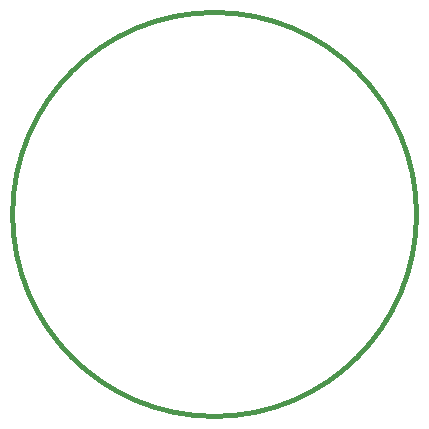
<source format=gbr>
%TF.GenerationSoftware,KiCad,Pcbnew,7.0.10-7.0.10~ubuntu22.04.1*%
%TF.CreationDate,2024-02-25T14:06:23+02:00*%
%TF.ProjectId,midi-panel,6d696469-2d70-4616-9e65-6c2e6b696361,rev?*%
%TF.SameCoordinates,Original*%
%TF.FileFunction,Soldermask,Top*%
%TF.FilePolarity,Negative*%
%FSLAX46Y46*%
G04 Gerber Fmt 4.6, Leading zero omitted, Abs format (unit mm)*
G04 Created by KiCad (PCBNEW 7.0.10-7.0.10~ubuntu22.04.1) date 2024-02-25 14:06:23*
%MOMM*%
%LPD*%
G01*
G04 APERTURE LIST*
%ADD10C,0.400000*%
G04 APERTURE END LIST*
D10*
X98910000Y-140290000D02*
G75*
G03*
X64710000Y-140290000I-17100000J0D01*
G01*
X64710000Y-140290000D02*
G75*
G03*
X98910000Y-140290000I17100000J0D01*
G01*
M02*

</source>
